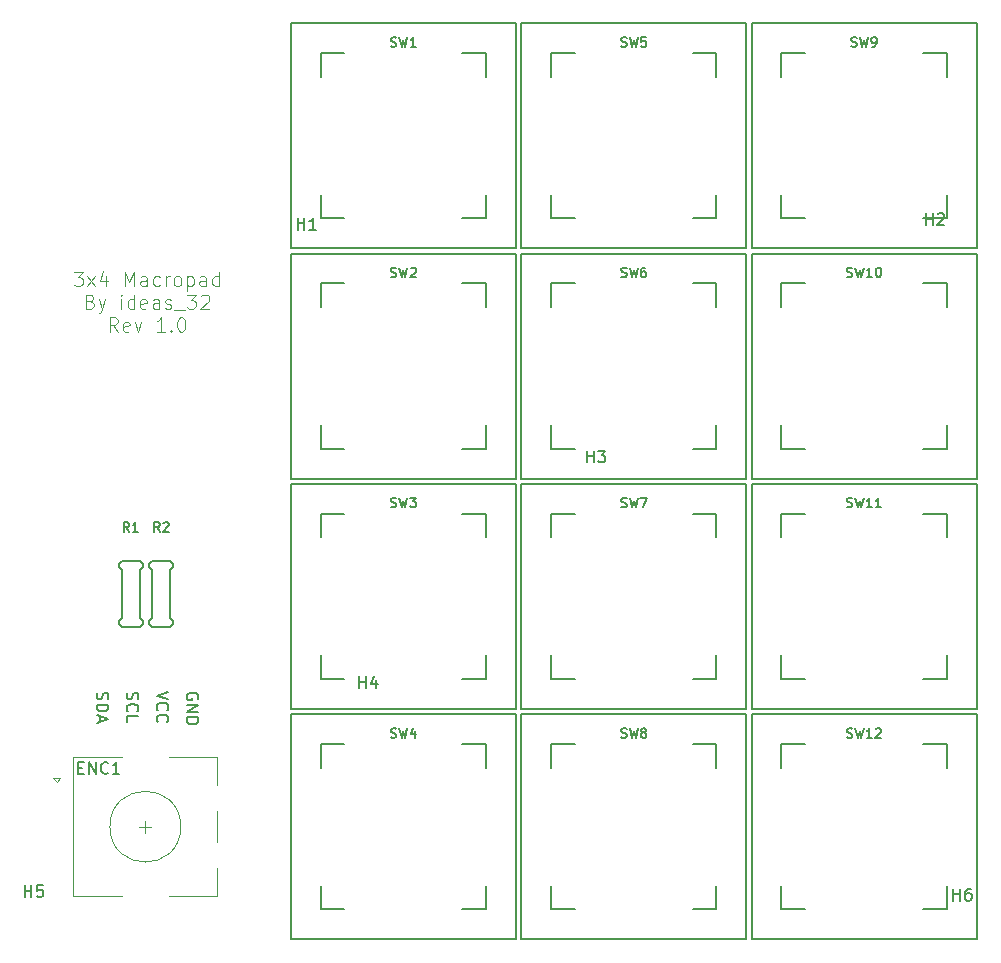
<source format=gbr>
%TF.GenerationSoftware,KiCad,Pcbnew,7.0.5*%
%TF.CreationDate,2023-09-25T19:53:57-07:00*%
%TF.ProjectId,3x4-macropad,3378342d-6d61-4637-926f-7061642e6b69,rev?*%
%TF.SameCoordinates,Original*%
%TF.FileFunction,Legend,Top*%
%TF.FilePolarity,Positive*%
%FSLAX46Y46*%
G04 Gerber Fmt 4.6, Leading zero omitted, Abs format (unit mm)*
G04 Created by KiCad (PCBNEW 7.0.5) date 2023-09-25 19:53:57*
%MOMM*%
%LPD*%
G01*
G04 APERTURE LIST*
%ADD10C,0.125000*%
%ADD11C,0.150000*%
%ADD12C,0.120000*%
G04 APERTURE END LIST*
D10*
X133100000Y-52516642D02*
X133842857Y-52516642D01*
X133842857Y-52516642D02*
X133442857Y-52973785D01*
X133442857Y-52973785D02*
X133614286Y-52973785D01*
X133614286Y-52973785D02*
X133728572Y-53030928D01*
X133728572Y-53030928D02*
X133785714Y-53088071D01*
X133785714Y-53088071D02*
X133842857Y-53202357D01*
X133842857Y-53202357D02*
X133842857Y-53488071D01*
X133842857Y-53488071D02*
X133785714Y-53602357D01*
X133785714Y-53602357D02*
X133728572Y-53659500D01*
X133728572Y-53659500D02*
X133614286Y-53716642D01*
X133614286Y-53716642D02*
X133271429Y-53716642D01*
X133271429Y-53716642D02*
X133157143Y-53659500D01*
X133157143Y-53659500D02*
X133100000Y-53602357D01*
X134242857Y-53716642D02*
X134871429Y-52916642D01*
X134242857Y-52916642D02*
X134871429Y-53716642D01*
X135842858Y-52916642D02*
X135842858Y-53716642D01*
X135557143Y-52459500D02*
X135271429Y-53316642D01*
X135271429Y-53316642D02*
X136014286Y-53316642D01*
X137385715Y-53716642D02*
X137385715Y-52516642D01*
X137385715Y-52516642D02*
X137785715Y-53373785D01*
X137785715Y-53373785D02*
X138185715Y-52516642D01*
X138185715Y-52516642D02*
X138185715Y-53716642D01*
X139271430Y-53716642D02*
X139271430Y-53088071D01*
X139271430Y-53088071D02*
X139214287Y-52973785D01*
X139214287Y-52973785D02*
X139100001Y-52916642D01*
X139100001Y-52916642D02*
X138871430Y-52916642D01*
X138871430Y-52916642D02*
X138757144Y-52973785D01*
X139271430Y-53659500D02*
X139157144Y-53716642D01*
X139157144Y-53716642D02*
X138871430Y-53716642D01*
X138871430Y-53716642D02*
X138757144Y-53659500D01*
X138757144Y-53659500D02*
X138700001Y-53545214D01*
X138700001Y-53545214D02*
X138700001Y-53430928D01*
X138700001Y-53430928D02*
X138757144Y-53316642D01*
X138757144Y-53316642D02*
X138871430Y-53259500D01*
X138871430Y-53259500D02*
X139157144Y-53259500D01*
X139157144Y-53259500D02*
X139271430Y-53202357D01*
X140357144Y-53659500D02*
X140242858Y-53716642D01*
X140242858Y-53716642D02*
X140014286Y-53716642D01*
X140014286Y-53716642D02*
X139900001Y-53659500D01*
X139900001Y-53659500D02*
X139842858Y-53602357D01*
X139842858Y-53602357D02*
X139785715Y-53488071D01*
X139785715Y-53488071D02*
X139785715Y-53145214D01*
X139785715Y-53145214D02*
X139842858Y-53030928D01*
X139842858Y-53030928D02*
X139900001Y-52973785D01*
X139900001Y-52973785D02*
X140014286Y-52916642D01*
X140014286Y-52916642D02*
X140242858Y-52916642D01*
X140242858Y-52916642D02*
X140357144Y-52973785D01*
X140871429Y-53716642D02*
X140871429Y-52916642D01*
X140871429Y-53145214D02*
X140928572Y-53030928D01*
X140928572Y-53030928D02*
X140985715Y-52973785D01*
X140985715Y-52973785D02*
X141100000Y-52916642D01*
X141100000Y-52916642D02*
X141214286Y-52916642D01*
X141785714Y-53716642D02*
X141671429Y-53659500D01*
X141671429Y-53659500D02*
X141614286Y-53602357D01*
X141614286Y-53602357D02*
X141557143Y-53488071D01*
X141557143Y-53488071D02*
X141557143Y-53145214D01*
X141557143Y-53145214D02*
X141614286Y-53030928D01*
X141614286Y-53030928D02*
X141671429Y-52973785D01*
X141671429Y-52973785D02*
X141785714Y-52916642D01*
X141785714Y-52916642D02*
X141957143Y-52916642D01*
X141957143Y-52916642D02*
X142071429Y-52973785D01*
X142071429Y-52973785D02*
X142128572Y-53030928D01*
X142128572Y-53030928D02*
X142185714Y-53145214D01*
X142185714Y-53145214D02*
X142185714Y-53488071D01*
X142185714Y-53488071D02*
X142128572Y-53602357D01*
X142128572Y-53602357D02*
X142071429Y-53659500D01*
X142071429Y-53659500D02*
X141957143Y-53716642D01*
X141957143Y-53716642D02*
X141785714Y-53716642D01*
X142700000Y-52916642D02*
X142700000Y-54116642D01*
X142700000Y-52973785D02*
X142814286Y-52916642D01*
X142814286Y-52916642D02*
X143042857Y-52916642D01*
X143042857Y-52916642D02*
X143157143Y-52973785D01*
X143157143Y-52973785D02*
X143214286Y-53030928D01*
X143214286Y-53030928D02*
X143271428Y-53145214D01*
X143271428Y-53145214D02*
X143271428Y-53488071D01*
X143271428Y-53488071D02*
X143214286Y-53602357D01*
X143214286Y-53602357D02*
X143157143Y-53659500D01*
X143157143Y-53659500D02*
X143042857Y-53716642D01*
X143042857Y-53716642D02*
X142814286Y-53716642D01*
X142814286Y-53716642D02*
X142700000Y-53659500D01*
X144300000Y-53716642D02*
X144300000Y-53088071D01*
X144300000Y-53088071D02*
X144242857Y-52973785D01*
X144242857Y-52973785D02*
X144128571Y-52916642D01*
X144128571Y-52916642D02*
X143900000Y-52916642D01*
X143900000Y-52916642D02*
X143785714Y-52973785D01*
X144300000Y-53659500D02*
X144185714Y-53716642D01*
X144185714Y-53716642D02*
X143900000Y-53716642D01*
X143900000Y-53716642D02*
X143785714Y-53659500D01*
X143785714Y-53659500D02*
X143728571Y-53545214D01*
X143728571Y-53545214D02*
X143728571Y-53430928D01*
X143728571Y-53430928D02*
X143785714Y-53316642D01*
X143785714Y-53316642D02*
X143900000Y-53259500D01*
X143900000Y-53259500D02*
X144185714Y-53259500D01*
X144185714Y-53259500D02*
X144300000Y-53202357D01*
X145385714Y-53716642D02*
X145385714Y-52516642D01*
X145385714Y-53659500D02*
X145271428Y-53716642D01*
X145271428Y-53716642D02*
X145042856Y-53716642D01*
X145042856Y-53716642D02*
X144928571Y-53659500D01*
X144928571Y-53659500D02*
X144871428Y-53602357D01*
X144871428Y-53602357D02*
X144814285Y-53488071D01*
X144814285Y-53488071D02*
X144814285Y-53145214D01*
X144814285Y-53145214D02*
X144871428Y-53030928D01*
X144871428Y-53030928D02*
X144928571Y-52973785D01*
X144928571Y-52973785D02*
X145042856Y-52916642D01*
X145042856Y-52916642D02*
X145271428Y-52916642D01*
X145271428Y-52916642D02*
X145385714Y-52973785D01*
X134500000Y-55020071D02*
X134671428Y-55077214D01*
X134671428Y-55077214D02*
X134728571Y-55134357D01*
X134728571Y-55134357D02*
X134785714Y-55248642D01*
X134785714Y-55248642D02*
X134785714Y-55420071D01*
X134785714Y-55420071D02*
X134728571Y-55534357D01*
X134728571Y-55534357D02*
X134671428Y-55591500D01*
X134671428Y-55591500D02*
X134557143Y-55648642D01*
X134557143Y-55648642D02*
X134100000Y-55648642D01*
X134100000Y-55648642D02*
X134100000Y-54448642D01*
X134100000Y-54448642D02*
X134500000Y-54448642D01*
X134500000Y-54448642D02*
X134614286Y-54505785D01*
X134614286Y-54505785D02*
X134671428Y-54562928D01*
X134671428Y-54562928D02*
X134728571Y-54677214D01*
X134728571Y-54677214D02*
X134728571Y-54791500D01*
X134728571Y-54791500D02*
X134671428Y-54905785D01*
X134671428Y-54905785D02*
X134614286Y-54962928D01*
X134614286Y-54962928D02*
X134500000Y-55020071D01*
X134500000Y-55020071D02*
X134100000Y-55020071D01*
X135185714Y-54848642D02*
X135471428Y-55648642D01*
X135757143Y-54848642D02*
X135471428Y-55648642D01*
X135471428Y-55648642D02*
X135357143Y-55934357D01*
X135357143Y-55934357D02*
X135300000Y-55991500D01*
X135300000Y-55991500D02*
X135185714Y-56048642D01*
X137128572Y-55648642D02*
X137128572Y-54848642D01*
X137128572Y-54448642D02*
X137071429Y-54505785D01*
X137071429Y-54505785D02*
X137128572Y-54562928D01*
X137128572Y-54562928D02*
X137185715Y-54505785D01*
X137185715Y-54505785D02*
X137128572Y-54448642D01*
X137128572Y-54448642D02*
X137128572Y-54562928D01*
X138214287Y-55648642D02*
X138214287Y-54448642D01*
X138214287Y-55591500D02*
X138100001Y-55648642D01*
X138100001Y-55648642D02*
X137871429Y-55648642D01*
X137871429Y-55648642D02*
X137757144Y-55591500D01*
X137757144Y-55591500D02*
X137700001Y-55534357D01*
X137700001Y-55534357D02*
X137642858Y-55420071D01*
X137642858Y-55420071D02*
X137642858Y-55077214D01*
X137642858Y-55077214D02*
X137700001Y-54962928D01*
X137700001Y-54962928D02*
X137757144Y-54905785D01*
X137757144Y-54905785D02*
X137871429Y-54848642D01*
X137871429Y-54848642D02*
X138100001Y-54848642D01*
X138100001Y-54848642D02*
X138214287Y-54905785D01*
X139242858Y-55591500D02*
X139128572Y-55648642D01*
X139128572Y-55648642D02*
X138900001Y-55648642D01*
X138900001Y-55648642D02*
X138785715Y-55591500D01*
X138785715Y-55591500D02*
X138728572Y-55477214D01*
X138728572Y-55477214D02*
X138728572Y-55020071D01*
X138728572Y-55020071D02*
X138785715Y-54905785D01*
X138785715Y-54905785D02*
X138900001Y-54848642D01*
X138900001Y-54848642D02*
X139128572Y-54848642D01*
X139128572Y-54848642D02*
X139242858Y-54905785D01*
X139242858Y-54905785D02*
X139300001Y-55020071D01*
X139300001Y-55020071D02*
X139300001Y-55134357D01*
X139300001Y-55134357D02*
X138728572Y-55248642D01*
X140328572Y-55648642D02*
X140328572Y-55020071D01*
X140328572Y-55020071D02*
X140271429Y-54905785D01*
X140271429Y-54905785D02*
X140157143Y-54848642D01*
X140157143Y-54848642D02*
X139928572Y-54848642D01*
X139928572Y-54848642D02*
X139814286Y-54905785D01*
X140328572Y-55591500D02*
X140214286Y-55648642D01*
X140214286Y-55648642D02*
X139928572Y-55648642D01*
X139928572Y-55648642D02*
X139814286Y-55591500D01*
X139814286Y-55591500D02*
X139757143Y-55477214D01*
X139757143Y-55477214D02*
X139757143Y-55362928D01*
X139757143Y-55362928D02*
X139814286Y-55248642D01*
X139814286Y-55248642D02*
X139928572Y-55191500D01*
X139928572Y-55191500D02*
X140214286Y-55191500D01*
X140214286Y-55191500D02*
X140328572Y-55134357D01*
X140842857Y-55591500D02*
X140957143Y-55648642D01*
X140957143Y-55648642D02*
X141185714Y-55648642D01*
X141185714Y-55648642D02*
X141300000Y-55591500D01*
X141300000Y-55591500D02*
X141357143Y-55477214D01*
X141357143Y-55477214D02*
X141357143Y-55420071D01*
X141357143Y-55420071D02*
X141300000Y-55305785D01*
X141300000Y-55305785D02*
X141185714Y-55248642D01*
X141185714Y-55248642D02*
X141014286Y-55248642D01*
X141014286Y-55248642D02*
X140900000Y-55191500D01*
X140900000Y-55191500D02*
X140842857Y-55077214D01*
X140842857Y-55077214D02*
X140842857Y-55020071D01*
X140842857Y-55020071D02*
X140900000Y-54905785D01*
X140900000Y-54905785D02*
X141014286Y-54848642D01*
X141014286Y-54848642D02*
X141185714Y-54848642D01*
X141185714Y-54848642D02*
X141300000Y-54905785D01*
X141585715Y-55762928D02*
X142500000Y-55762928D01*
X142671429Y-54448642D02*
X143414286Y-54448642D01*
X143414286Y-54448642D02*
X143014286Y-54905785D01*
X143014286Y-54905785D02*
X143185715Y-54905785D01*
X143185715Y-54905785D02*
X143300001Y-54962928D01*
X143300001Y-54962928D02*
X143357143Y-55020071D01*
X143357143Y-55020071D02*
X143414286Y-55134357D01*
X143414286Y-55134357D02*
X143414286Y-55420071D01*
X143414286Y-55420071D02*
X143357143Y-55534357D01*
X143357143Y-55534357D02*
X143300001Y-55591500D01*
X143300001Y-55591500D02*
X143185715Y-55648642D01*
X143185715Y-55648642D02*
X142842858Y-55648642D01*
X142842858Y-55648642D02*
X142728572Y-55591500D01*
X142728572Y-55591500D02*
X142671429Y-55534357D01*
X143871429Y-54562928D02*
X143928572Y-54505785D01*
X143928572Y-54505785D02*
X144042858Y-54448642D01*
X144042858Y-54448642D02*
X144328572Y-54448642D01*
X144328572Y-54448642D02*
X144442858Y-54505785D01*
X144442858Y-54505785D02*
X144500000Y-54562928D01*
X144500000Y-54562928D02*
X144557143Y-54677214D01*
X144557143Y-54677214D02*
X144557143Y-54791500D01*
X144557143Y-54791500D02*
X144500000Y-54962928D01*
X144500000Y-54962928D02*
X143814286Y-55648642D01*
X143814286Y-55648642D02*
X144557143Y-55648642D01*
X136814285Y-57580642D02*
X136414285Y-57009214D01*
X136128571Y-57580642D02*
X136128571Y-56380642D01*
X136128571Y-56380642D02*
X136585714Y-56380642D01*
X136585714Y-56380642D02*
X136699999Y-56437785D01*
X136699999Y-56437785D02*
X136757142Y-56494928D01*
X136757142Y-56494928D02*
X136814285Y-56609214D01*
X136814285Y-56609214D02*
X136814285Y-56780642D01*
X136814285Y-56780642D02*
X136757142Y-56894928D01*
X136757142Y-56894928D02*
X136699999Y-56952071D01*
X136699999Y-56952071D02*
X136585714Y-57009214D01*
X136585714Y-57009214D02*
X136128571Y-57009214D01*
X137785714Y-57523500D02*
X137671428Y-57580642D01*
X137671428Y-57580642D02*
X137442857Y-57580642D01*
X137442857Y-57580642D02*
X137328571Y-57523500D01*
X137328571Y-57523500D02*
X137271428Y-57409214D01*
X137271428Y-57409214D02*
X137271428Y-56952071D01*
X137271428Y-56952071D02*
X137328571Y-56837785D01*
X137328571Y-56837785D02*
X137442857Y-56780642D01*
X137442857Y-56780642D02*
X137671428Y-56780642D01*
X137671428Y-56780642D02*
X137785714Y-56837785D01*
X137785714Y-56837785D02*
X137842857Y-56952071D01*
X137842857Y-56952071D02*
X137842857Y-57066357D01*
X137842857Y-57066357D02*
X137271428Y-57180642D01*
X138242856Y-56780642D02*
X138528570Y-57580642D01*
X138528570Y-57580642D02*
X138814285Y-56780642D01*
X140814285Y-57580642D02*
X140128571Y-57580642D01*
X140471428Y-57580642D02*
X140471428Y-56380642D01*
X140471428Y-56380642D02*
X140357142Y-56552071D01*
X140357142Y-56552071D02*
X140242857Y-56666357D01*
X140242857Y-56666357D02*
X140128571Y-56723500D01*
X141328571Y-57466357D02*
X141385714Y-57523500D01*
X141385714Y-57523500D02*
X141328571Y-57580642D01*
X141328571Y-57580642D02*
X141271428Y-57523500D01*
X141271428Y-57523500D02*
X141328571Y-57466357D01*
X141328571Y-57466357D02*
X141328571Y-57580642D01*
X142128571Y-56380642D02*
X142242857Y-56380642D01*
X142242857Y-56380642D02*
X142357143Y-56437785D01*
X142357143Y-56437785D02*
X142414286Y-56494928D01*
X142414286Y-56494928D02*
X142471428Y-56609214D01*
X142471428Y-56609214D02*
X142528571Y-56837785D01*
X142528571Y-56837785D02*
X142528571Y-57123500D01*
X142528571Y-57123500D02*
X142471428Y-57352071D01*
X142471428Y-57352071D02*
X142414286Y-57466357D01*
X142414286Y-57466357D02*
X142357143Y-57523500D01*
X142357143Y-57523500D02*
X142242857Y-57580642D01*
X142242857Y-57580642D02*
X142128571Y-57580642D01*
X142128571Y-57580642D02*
X142014286Y-57523500D01*
X142014286Y-57523500D02*
X141957143Y-57466357D01*
X141957143Y-57466357D02*
X141900000Y-57352071D01*
X141900000Y-57352071D02*
X141842857Y-57123500D01*
X141842857Y-57123500D02*
X141842857Y-56837785D01*
X141842857Y-56837785D02*
X141900000Y-56609214D01*
X141900000Y-56609214D02*
X141957143Y-56494928D01*
X141957143Y-56494928D02*
X142014286Y-56437785D01*
X142014286Y-56437785D02*
X142128571Y-56380642D01*
D11*
%TO.C,H1*%
X152038095Y-48954819D02*
X152038095Y-47954819D01*
X152038095Y-48431009D02*
X152609523Y-48431009D01*
X152609523Y-48954819D02*
X152609523Y-47954819D01*
X153609523Y-48954819D02*
X153038095Y-48954819D01*
X153323809Y-48954819D02*
X153323809Y-47954819D01*
X153323809Y-47954819D02*
X153228571Y-48097676D01*
X153228571Y-48097676D02*
X153133333Y-48192914D01*
X153133333Y-48192914D02*
X153038095Y-48240533D01*
%TO.C,SW12*%
X198552380Y-91924200D02*
X198666666Y-91962295D01*
X198666666Y-91962295D02*
X198857142Y-91962295D01*
X198857142Y-91962295D02*
X198933333Y-91924200D01*
X198933333Y-91924200D02*
X198971428Y-91886104D01*
X198971428Y-91886104D02*
X199009523Y-91809914D01*
X199009523Y-91809914D02*
X199009523Y-91733723D01*
X199009523Y-91733723D02*
X198971428Y-91657533D01*
X198971428Y-91657533D02*
X198933333Y-91619438D01*
X198933333Y-91619438D02*
X198857142Y-91581342D01*
X198857142Y-91581342D02*
X198704761Y-91543247D01*
X198704761Y-91543247D02*
X198628571Y-91505152D01*
X198628571Y-91505152D02*
X198590476Y-91467057D01*
X198590476Y-91467057D02*
X198552380Y-91390866D01*
X198552380Y-91390866D02*
X198552380Y-91314676D01*
X198552380Y-91314676D02*
X198590476Y-91238485D01*
X198590476Y-91238485D02*
X198628571Y-91200390D01*
X198628571Y-91200390D02*
X198704761Y-91162295D01*
X198704761Y-91162295D02*
X198895238Y-91162295D01*
X198895238Y-91162295D02*
X199009523Y-91200390D01*
X199276190Y-91162295D02*
X199466666Y-91962295D01*
X199466666Y-91962295D02*
X199619047Y-91390866D01*
X199619047Y-91390866D02*
X199771428Y-91962295D01*
X199771428Y-91962295D02*
X199961905Y-91162295D01*
X200685714Y-91962295D02*
X200228571Y-91962295D01*
X200457143Y-91962295D02*
X200457143Y-91162295D01*
X200457143Y-91162295D02*
X200380952Y-91276580D01*
X200380952Y-91276580D02*
X200304762Y-91352771D01*
X200304762Y-91352771D02*
X200228571Y-91390866D01*
X200990476Y-91238485D02*
X201028572Y-91200390D01*
X201028572Y-91200390D02*
X201104762Y-91162295D01*
X201104762Y-91162295D02*
X201295238Y-91162295D01*
X201295238Y-91162295D02*
X201371429Y-91200390D01*
X201371429Y-91200390D02*
X201409524Y-91238485D01*
X201409524Y-91238485D02*
X201447619Y-91314676D01*
X201447619Y-91314676D02*
X201447619Y-91390866D01*
X201447619Y-91390866D02*
X201409524Y-91505152D01*
X201409524Y-91505152D02*
X200952381Y-91962295D01*
X200952381Y-91962295D02*
X201447619Y-91962295D01*
%TO.C,SW9*%
X198933332Y-33424200D02*
X199047618Y-33462295D01*
X199047618Y-33462295D02*
X199238094Y-33462295D01*
X199238094Y-33462295D02*
X199314285Y-33424200D01*
X199314285Y-33424200D02*
X199352380Y-33386104D01*
X199352380Y-33386104D02*
X199390475Y-33309914D01*
X199390475Y-33309914D02*
X199390475Y-33233723D01*
X199390475Y-33233723D02*
X199352380Y-33157533D01*
X199352380Y-33157533D02*
X199314285Y-33119438D01*
X199314285Y-33119438D02*
X199238094Y-33081342D01*
X199238094Y-33081342D02*
X199085713Y-33043247D01*
X199085713Y-33043247D02*
X199009523Y-33005152D01*
X199009523Y-33005152D02*
X198971428Y-32967057D01*
X198971428Y-32967057D02*
X198933332Y-32890866D01*
X198933332Y-32890866D02*
X198933332Y-32814676D01*
X198933332Y-32814676D02*
X198971428Y-32738485D01*
X198971428Y-32738485D02*
X199009523Y-32700390D01*
X199009523Y-32700390D02*
X199085713Y-32662295D01*
X199085713Y-32662295D02*
X199276190Y-32662295D01*
X199276190Y-32662295D02*
X199390475Y-32700390D01*
X199657142Y-32662295D02*
X199847618Y-33462295D01*
X199847618Y-33462295D02*
X199999999Y-32890866D01*
X199999999Y-32890866D02*
X200152380Y-33462295D01*
X200152380Y-33462295D02*
X200342857Y-32662295D01*
X200685714Y-33462295D02*
X200838095Y-33462295D01*
X200838095Y-33462295D02*
X200914285Y-33424200D01*
X200914285Y-33424200D02*
X200952381Y-33386104D01*
X200952381Y-33386104D02*
X201028571Y-33271819D01*
X201028571Y-33271819D02*
X201066666Y-33119438D01*
X201066666Y-33119438D02*
X201066666Y-32814676D01*
X201066666Y-32814676D02*
X201028571Y-32738485D01*
X201028571Y-32738485D02*
X200990476Y-32700390D01*
X200990476Y-32700390D02*
X200914285Y-32662295D01*
X200914285Y-32662295D02*
X200761904Y-32662295D01*
X200761904Y-32662295D02*
X200685714Y-32700390D01*
X200685714Y-32700390D02*
X200647619Y-32738485D01*
X200647619Y-32738485D02*
X200609523Y-32814676D01*
X200609523Y-32814676D02*
X200609523Y-33005152D01*
X200609523Y-33005152D02*
X200647619Y-33081342D01*
X200647619Y-33081342D02*
X200685714Y-33119438D01*
X200685714Y-33119438D02*
X200761904Y-33157533D01*
X200761904Y-33157533D02*
X200914285Y-33157533D01*
X200914285Y-33157533D02*
X200990476Y-33119438D01*
X200990476Y-33119438D02*
X201028571Y-33081342D01*
X201028571Y-33081342D02*
X201066666Y-33005152D01*
%TO.C,H3*%
X176538095Y-68654819D02*
X176538095Y-67654819D01*
X176538095Y-68131009D02*
X177109523Y-68131009D01*
X177109523Y-68654819D02*
X177109523Y-67654819D01*
X177490476Y-67654819D02*
X178109523Y-67654819D01*
X178109523Y-67654819D02*
X177776190Y-68035771D01*
X177776190Y-68035771D02*
X177919047Y-68035771D01*
X177919047Y-68035771D02*
X178014285Y-68083390D01*
X178014285Y-68083390D02*
X178061904Y-68131009D01*
X178061904Y-68131009D02*
X178109523Y-68226247D01*
X178109523Y-68226247D02*
X178109523Y-68464342D01*
X178109523Y-68464342D02*
X178061904Y-68559580D01*
X178061904Y-68559580D02*
X178014285Y-68607200D01*
X178014285Y-68607200D02*
X177919047Y-68654819D01*
X177919047Y-68654819D02*
X177633333Y-68654819D01*
X177633333Y-68654819D02*
X177538095Y-68607200D01*
X177538095Y-68607200D02*
X177490476Y-68559580D01*
%TO.C,SW8*%
X179433332Y-91924200D02*
X179547618Y-91962295D01*
X179547618Y-91962295D02*
X179738094Y-91962295D01*
X179738094Y-91962295D02*
X179814285Y-91924200D01*
X179814285Y-91924200D02*
X179852380Y-91886104D01*
X179852380Y-91886104D02*
X179890475Y-91809914D01*
X179890475Y-91809914D02*
X179890475Y-91733723D01*
X179890475Y-91733723D02*
X179852380Y-91657533D01*
X179852380Y-91657533D02*
X179814285Y-91619438D01*
X179814285Y-91619438D02*
X179738094Y-91581342D01*
X179738094Y-91581342D02*
X179585713Y-91543247D01*
X179585713Y-91543247D02*
X179509523Y-91505152D01*
X179509523Y-91505152D02*
X179471428Y-91467057D01*
X179471428Y-91467057D02*
X179433332Y-91390866D01*
X179433332Y-91390866D02*
X179433332Y-91314676D01*
X179433332Y-91314676D02*
X179471428Y-91238485D01*
X179471428Y-91238485D02*
X179509523Y-91200390D01*
X179509523Y-91200390D02*
X179585713Y-91162295D01*
X179585713Y-91162295D02*
X179776190Y-91162295D01*
X179776190Y-91162295D02*
X179890475Y-91200390D01*
X180157142Y-91162295D02*
X180347618Y-91962295D01*
X180347618Y-91962295D02*
X180499999Y-91390866D01*
X180499999Y-91390866D02*
X180652380Y-91962295D01*
X180652380Y-91962295D02*
X180842857Y-91162295D01*
X181261904Y-91505152D02*
X181185714Y-91467057D01*
X181185714Y-91467057D02*
X181147619Y-91428961D01*
X181147619Y-91428961D02*
X181109523Y-91352771D01*
X181109523Y-91352771D02*
X181109523Y-91314676D01*
X181109523Y-91314676D02*
X181147619Y-91238485D01*
X181147619Y-91238485D02*
X181185714Y-91200390D01*
X181185714Y-91200390D02*
X181261904Y-91162295D01*
X181261904Y-91162295D02*
X181414285Y-91162295D01*
X181414285Y-91162295D02*
X181490476Y-91200390D01*
X181490476Y-91200390D02*
X181528571Y-91238485D01*
X181528571Y-91238485D02*
X181566666Y-91314676D01*
X181566666Y-91314676D02*
X181566666Y-91352771D01*
X181566666Y-91352771D02*
X181528571Y-91428961D01*
X181528571Y-91428961D02*
X181490476Y-91467057D01*
X181490476Y-91467057D02*
X181414285Y-91505152D01*
X181414285Y-91505152D02*
X181261904Y-91505152D01*
X181261904Y-91505152D02*
X181185714Y-91543247D01*
X181185714Y-91543247D02*
X181147619Y-91581342D01*
X181147619Y-91581342D02*
X181109523Y-91657533D01*
X181109523Y-91657533D02*
X181109523Y-91809914D01*
X181109523Y-91809914D02*
X181147619Y-91886104D01*
X181147619Y-91886104D02*
X181185714Y-91924200D01*
X181185714Y-91924200D02*
X181261904Y-91962295D01*
X181261904Y-91962295D02*
X181414285Y-91962295D01*
X181414285Y-91962295D02*
X181490476Y-91924200D01*
X181490476Y-91924200D02*
X181528571Y-91886104D01*
X181528571Y-91886104D02*
X181566666Y-91809914D01*
X181566666Y-91809914D02*
X181566666Y-91657533D01*
X181566666Y-91657533D02*
X181528571Y-91581342D01*
X181528571Y-91581342D02*
X181490476Y-91543247D01*
X181490476Y-91543247D02*
X181414285Y-91505152D01*
%TO.C,ENC1*%
X133475714Y-94501009D02*
X133809047Y-94501009D01*
X133951904Y-95024819D02*
X133475714Y-95024819D01*
X133475714Y-95024819D02*
X133475714Y-94024819D01*
X133475714Y-94024819D02*
X133951904Y-94024819D01*
X134380476Y-95024819D02*
X134380476Y-94024819D01*
X134380476Y-94024819D02*
X134951904Y-95024819D01*
X134951904Y-95024819D02*
X134951904Y-94024819D01*
X135999523Y-94929580D02*
X135951904Y-94977200D01*
X135951904Y-94977200D02*
X135809047Y-95024819D01*
X135809047Y-95024819D02*
X135713809Y-95024819D01*
X135713809Y-95024819D02*
X135570952Y-94977200D01*
X135570952Y-94977200D02*
X135475714Y-94881961D01*
X135475714Y-94881961D02*
X135428095Y-94786723D01*
X135428095Y-94786723D02*
X135380476Y-94596247D01*
X135380476Y-94596247D02*
X135380476Y-94453390D01*
X135380476Y-94453390D02*
X135428095Y-94262914D01*
X135428095Y-94262914D02*
X135475714Y-94167676D01*
X135475714Y-94167676D02*
X135570952Y-94072438D01*
X135570952Y-94072438D02*
X135713809Y-94024819D01*
X135713809Y-94024819D02*
X135809047Y-94024819D01*
X135809047Y-94024819D02*
X135951904Y-94072438D01*
X135951904Y-94072438D02*
X135999523Y-94120057D01*
X136951904Y-95024819D02*
X136380476Y-95024819D01*
X136666190Y-95024819D02*
X136666190Y-94024819D01*
X136666190Y-94024819D02*
X136570952Y-94167676D01*
X136570952Y-94167676D02*
X136475714Y-94262914D01*
X136475714Y-94262914D02*
X136380476Y-94310533D01*
%TO.C,SW1*%
X159933332Y-33424200D02*
X160047618Y-33462295D01*
X160047618Y-33462295D02*
X160238094Y-33462295D01*
X160238094Y-33462295D02*
X160314285Y-33424200D01*
X160314285Y-33424200D02*
X160352380Y-33386104D01*
X160352380Y-33386104D02*
X160390475Y-33309914D01*
X160390475Y-33309914D02*
X160390475Y-33233723D01*
X160390475Y-33233723D02*
X160352380Y-33157533D01*
X160352380Y-33157533D02*
X160314285Y-33119438D01*
X160314285Y-33119438D02*
X160238094Y-33081342D01*
X160238094Y-33081342D02*
X160085713Y-33043247D01*
X160085713Y-33043247D02*
X160009523Y-33005152D01*
X160009523Y-33005152D02*
X159971428Y-32967057D01*
X159971428Y-32967057D02*
X159933332Y-32890866D01*
X159933332Y-32890866D02*
X159933332Y-32814676D01*
X159933332Y-32814676D02*
X159971428Y-32738485D01*
X159971428Y-32738485D02*
X160009523Y-32700390D01*
X160009523Y-32700390D02*
X160085713Y-32662295D01*
X160085713Y-32662295D02*
X160276190Y-32662295D01*
X160276190Y-32662295D02*
X160390475Y-32700390D01*
X160657142Y-32662295D02*
X160847618Y-33462295D01*
X160847618Y-33462295D02*
X160999999Y-32890866D01*
X160999999Y-32890866D02*
X161152380Y-33462295D01*
X161152380Y-33462295D02*
X161342857Y-32662295D01*
X162066666Y-33462295D02*
X161609523Y-33462295D01*
X161838095Y-33462295D02*
X161838095Y-32662295D01*
X161838095Y-32662295D02*
X161761904Y-32776580D01*
X161761904Y-32776580D02*
X161685714Y-32852771D01*
X161685714Y-32852771D02*
X161609523Y-32890866D01*
%TO.C,H5*%
X128938095Y-105454819D02*
X128938095Y-104454819D01*
X128938095Y-104931009D02*
X129509523Y-104931009D01*
X129509523Y-105454819D02*
X129509523Y-104454819D01*
X130461904Y-104454819D02*
X129985714Y-104454819D01*
X129985714Y-104454819D02*
X129938095Y-104931009D01*
X129938095Y-104931009D02*
X129985714Y-104883390D01*
X129985714Y-104883390D02*
X130080952Y-104835771D01*
X130080952Y-104835771D02*
X130319047Y-104835771D01*
X130319047Y-104835771D02*
X130414285Y-104883390D01*
X130414285Y-104883390D02*
X130461904Y-104931009D01*
X130461904Y-104931009D02*
X130509523Y-105026247D01*
X130509523Y-105026247D02*
X130509523Y-105264342D01*
X130509523Y-105264342D02*
X130461904Y-105359580D01*
X130461904Y-105359580D02*
X130414285Y-105407200D01*
X130414285Y-105407200D02*
X130319047Y-105454819D01*
X130319047Y-105454819D02*
X130080952Y-105454819D01*
X130080952Y-105454819D02*
X129985714Y-105407200D01*
X129985714Y-105407200D02*
X129938095Y-105359580D01*
%TO.C,SW4*%
X159933332Y-91924200D02*
X160047618Y-91962295D01*
X160047618Y-91962295D02*
X160238094Y-91962295D01*
X160238094Y-91962295D02*
X160314285Y-91924200D01*
X160314285Y-91924200D02*
X160352380Y-91886104D01*
X160352380Y-91886104D02*
X160390475Y-91809914D01*
X160390475Y-91809914D02*
X160390475Y-91733723D01*
X160390475Y-91733723D02*
X160352380Y-91657533D01*
X160352380Y-91657533D02*
X160314285Y-91619438D01*
X160314285Y-91619438D02*
X160238094Y-91581342D01*
X160238094Y-91581342D02*
X160085713Y-91543247D01*
X160085713Y-91543247D02*
X160009523Y-91505152D01*
X160009523Y-91505152D02*
X159971428Y-91467057D01*
X159971428Y-91467057D02*
X159933332Y-91390866D01*
X159933332Y-91390866D02*
X159933332Y-91314676D01*
X159933332Y-91314676D02*
X159971428Y-91238485D01*
X159971428Y-91238485D02*
X160009523Y-91200390D01*
X160009523Y-91200390D02*
X160085713Y-91162295D01*
X160085713Y-91162295D02*
X160276190Y-91162295D01*
X160276190Y-91162295D02*
X160390475Y-91200390D01*
X160657142Y-91162295D02*
X160847618Y-91962295D01*
X160847618Y-91962295D02*
X160999999Y-91390866D01*
X160999999Y-91390866D02*
X161152380Y-91962295D01*
X161152380Y-91962295D02*
X161342857Y-91162295D01*
X161990476Y-91428961D02*
X161990476Y-91962295D01*
X161800000Y-91124200D02*
X161609523Y-91695628D01*
X161609523Y-91695628D02*
X162104762Y-91695628D01*
%TO.C,SW11*%
X198552380Y-72424200D02*
X198666666Y-72462295D01*
X198666666Y-72462295D02*
X198857142Y-72462295D01*
X198857142Y-72462295D02*
X198933333Y-72424200D01*
X198933333Y-72424200D02*
X198971428Y-72386104D01*
X198971428Y-72386104D02*
X199009523Y-72309914D01*
X199009523Y-72309914D02*
X199009523Y-72233723D01*
X199009523Y-72233723D02*
X198971428Y-72157533D01*
X198971428Y-72157533D02*
X198933333Y-72119438D01*
X198933333Y-72119438D02*
X198857142Y-72081342D01*
X198857142Y-72081342D02*
X198704761Y-72043247D01*
X198704761Y-72043247D02*
X198628571Y-72005152D01*
X198628571Y-72005152D02*
X198590476Y-71967057D01*
X198590476Y-71967057D02*
X198552380Y-71890866D01*
X198552380Y-71890866D02*
X198552380Y-71814676D01*
X198552380Y-71814676D02*
X198590476Y-71738485D01*
X198590476Y-71738485D02*
X198628571Y-71700390D01*
X198628571Y-71700390D02*
X198704761Y-71662295D01*
X198704761Y-71662295D02*
X198895238Y-71662295D01*
X198895238Y-71662295D02*
X199009523Y-71700390D01*
X199276190Y-71662295D02*
X199466666Y-72462295D01*
X199466666Y-72462295D02*
X199619047Y-71890866D01*
X199619047Y-71890866D02*
X199771428Y-72462295D01*
X199771428Y-72462295D02*
X199961905Y-71662295D01*
X200685714Y-72462295D02*
X200228571Y-72462295D01*
X200457143Y-72462295D02*
X200457143Y-71662295D01*
X200457143Y-71662295D02*
X200380952Y-71776580D01*
X200380952Y-71776580D02*
X200304762Y-71852771D01*
X200304762Y-71852771D02*
X200228571Y-71890866D01*
X201447619Y-72462295D02*
X200990476Y-72462295D01*
X201219048Y-72462295D02*
X201219048Y-71662295D01*
X201219048Y-71662295D02*
X201142857Y-71776580D01*
X201142857Y-71776580D02*
X201066667Y-71852771D01*
X201066667Y-71852771D02*
X200990476Y-71890866D01*
%TO.C,SW5*%
X179433332Y-33424200D02*
X179547618Y-33462295D01*
X179547618Y-33462295D02*
X179738094Y-33462295D01*
X179738094Y-33462295D02*
X179814285Y-33424200D01*
X179814285Y-33424200D02*
X179852380Y-33386104D01*
X179852380Y-33386104D02*
X179890475Y-33309914D01*
X179890475Y-33309914D02*
X179890475Y-33233723D01*
X179890475Y-33233723D02*
X179852380Y-33157533D01*
X179852380Y-33157533D02*
X179814285Y-33119438D01*
X179814285Y-33119438D02*
X179738094Y-33081342D01*
X179738094Y-33081342D02*
X179585713Y-33043247D01*
X179585713Y-33043247D02*
X179509523Y-33005152D01*
X179509523Y-33005152D02*
X179471428Y-32967057D01*
X179471428Y-32967057D02*
X179433332Y-32890866D01*
X179433332Y-32890866D02*
X179433332Y-32814676D01*
X179433332Y-32814676D02*
X179471428Y-32738485D01*
X179471428Y-32738485D02*
X179509523Y-32700390D01*
X179509523Y-32700390D02*
X179585713Y-32662295D01*
X179585713Y-32662295D02*
X179776190Y-32662295D01*
X179776190Y-32662295D02*
X179890475Y-32700390D01*
X180157142Y-32662295D02*
X180347618Y-33462295D01*
X180347618Y-33462295D02*
X180499999Y-32890866D01*
X180499999Y-32890866D02*
X180652380Y-33462295D01*
X180652380Y-33462295D02*
X180842857Y-32662295D01*
X181528571Y-32662295D02*
X181147619Y-32662295D01*
X181147619Y-32662295D02*
X181109523Y-33043247D01*
X181109523Y-33043247D02*
X181147619Y-33005152D01*
X181147619Y-33005152D02*
X181223809Y-32967057D01*
X181223809Y-32967057D02*
X181414285Y-32967057D01*
X181414285Y-32967057D02*
X181490476Y-33005152D01*
X181490476Y-33005152D02*
X181528571Y-33043247D01*
X181528571Y-33043247D02*
X181566666Y-33119438D01*
X181566666Y-33119438D02*
X181566666Y-33309914D01*
X181566666Y-33309914D02*
X181528571Y-33386104D01*
X181528571Y-33386104D02*
X181490476Y-33424200D01*
X181490476Y-33424200D02*
X181414285Y-33462295D01*
X181414285Y-33462295D02*
X181223809Y-33462295D01*
X181223809Y-33462295D02*
X181147619Y-33424200D01*
X181147619Y-33424200D02*
X181109523Y-33386104D01*
%TO.C,H2*%
X205238095Y-48554819D02*
X205238095Y-47554819D01*
X205238095Y-48031009D02*
X205809523Y-48031009D01*
X205809523Y-48554819D02*
X205809523Y-47554819D01*
X206238095Y-47650057D02*
X206285714Y-47602438D01*
X206285714Y-47602438D02*
X206380952Y-47554819D01*
X206380952Y-47554819D02*
X206619047Y-47554819D01*
X206619047Y-47554819D02*
X206714285Y-47602438D01*
X206714285Y-47602438D02*
X206761904Y-47650057D01*
X206761904Y-47650057D02*
X206809523Y-47745295D01*
X206809523Y-47745295D02*
X206809523Y-47840533D01*
X206809523Y-47840533D02*
X206761904Y-47983390D01*
X206761904Y-47983390D02*
X206190476Y-48554819D01*
X206190476Y-48554819D02*
X206809523Y-48554819D01*
%TO.C,SW6*%
X179433332Y-52924200D02*
X179547618Y-52962295D01*
X179547618Y-52962295D02*
X179738094Y-52962295D01*
X179738094Y-52962295D02*
X179814285Y-52924200D01*
X179814285Y-52924200D02*
X179852380Y-52886104D01*
X179852380Y-52886104D02*
X179890475Y-52809914D01*
X179890475Y-52809914D02*
X179890475Y-52733723D01*
X179890475Y-52733723D02*
X179852380Y-52657533D01*
X179852380Y-52657533D02*
X179814285Y-52619438D01*
X179814285Y-52619438D02*
X179738094Y-52581342D01*
X179738094Y-52581342D02*
X179585713Y-52543247D01*
X179585713Y-52543247D02*
X179509523Y-52505152D01*
X179509523Y-52505152D02*
X179471428Y-52467057D01*
X179471428Y-52467057D02*
X179433332Y-52390866D01*
X179433332Y-52390866D02*
X179433332Y-52314676D01*
X179433332Y-52314676D02*
X179471428Y-52238485D01*
X179471428Y-52238485D02*
X179509523Y-52200390D01*
X179509523Y-52200390D02*
X179585713Y-52162295D01*
X179585713Y-52162295D02*
X179776190Y-52162295D01*
X179776190Y-52162295D02*
X179890475Y-52200390D01*
X180157142Y-52162295D02*
X180347618Y-52962295D01*
X180347618Y-52962295D02*
X180499999Y-52390866D01*
X180499999Y-52390866D02*
X180652380Y-52962295D01*
X180652380Y-52962295D02*
X180842857Y-52162295D01*
X181490476Y-52162295D02*
X181338095Y-52162295D01*
X181338095Y-52162295D02*
X181261904Y-52200390D01*
X181261904Y-52200390D02*
X181223809Y-52238485D01*
X181223809Y-52238485D02*
X181147619Y-52352771D01*
X181147619Y-52352771D02*
X181109523Y-52505152D01*
X181109523Y-52505152D02*
X181109523Y-52809914D01*
X181109523Y-52809914D02*
X181147619Y-52886104D01*
X181147619Y-52886104D02*
X181185714Y-52924200D01*
X181185714Y-52924200D02*
X181261904Y-52962295D01*
X181261904Y-52962295D02*
X181414285Y-52962295D01*
X181414285Y-52962295D02*
X181490476Y-52924200D01*
X181490476Y-52924200D02*
X181528571Y-52886104D01*
X181528571Y-52886104D02*
X181566666Y-52809914D01*
X181566666Y-52809914D02*
X181566666Y-52619438D01*
X181566666Y-52619438D02*
X181528571Y-52543247D01*
X181528571Y-52543247D02*
X181490476Y-52505152D01*
X181490476Y-52505152D02*
X181414285Y-52467057D01*
X181414285Y-52467057D02*
X181261904Y-52467057D01*
X181261904Y-52467057D02*
X181185714Y-52505152D01*
X181185714Y-52505152D02*
X181147619Y-52543247D01*
X181147619Y-52543247D02*
X181109523Y-52619438D01*
%TO.C,SW10*%
X198552380Y-52924200D02*
X198666666Y-52962295D01*
X198666666Y-52962295D02*
X198857142Y-52962295D01*
X198857142Y-52962295D02*
X198933333Y-52924200D01*
X198933333Y-52924200D02*
X198971428Y-52886104D01*
X198971428Y-52886104D02*
X199009523Y-52809914D01*
X199009523Y-52809914D02*
X199009523Y-52733723D01*
X199009523Y-52733723D02*
X198971428Y-52657533D01*
X198971428Y-52657533D02*
X198933333Y-52619438D01*
X198933333Y-52619438D02*
X198857142Y-52581342D01*
X198857142Y-52581342D02*
X198704761Y-52543247D01*
X198704761Y-52543247D02*
X198628571Y-52505152D01*
X198628571Y-52505152D02*
X198590476Y-52467057D01*
X198590476Y-52467057D02*
X198552380Y-52390866D01*
X198552380Y-52390866D02*
X198552380Y-52314676D01*
X198552380Y-52314676D02*
X198590476Y-52238485D01*
X198590476Y-52238485D02*
X198628571Y-52200390D01*
X198628571Y-52200390D02*
X198704761Y-52162295D01*
X198704761Y-52162295D02*
X198895238Y-52162295D01*
X198895238Y-52162295D02*
X199009523Y-52200390D01*
X199276190Y-52162295D02*
X199466666Y-52962295D01*
X199466666Y-52962295D02*
X199619047Y-52390866D01*
X199619047Y-52390866D02*
X199771428Y-52962295D01*
X199771428Y-52962295D02*
X199961905Y-52162295D01*
X200685714Y-52962295D02*
X200228571Y-52962295D01*
X200457143Y-52962295D02*
X200457143Y-52162295D01*
X200457143Y-52162295D02*
X200380952Y-52276580D01*
X200380952Y-52276580D02*
X200304762Y-52352771D01*
X200304762Y-52352771D02*
X200228571Y-52390866D01*
X201180953Y-52162295D02*
X201257143Y-52162295D01*
X201257143Y-52162295D02*
X201333334Y-52200390D01*
X201333334Y-52200390D02*
X201371429Y-52238485D01*
X201371429Y-52238485D02*
X201409524Y-52314676D01*
X201409524Y-52314676D02*
X201447619Y-52467057D01*
X201447619Y-52467057D02*
X201447619Y-52657533D01*
X201447619Y-52657533D02*
X201409524Y-52809914D01*
X201409524Y-52809914D02*
X201371429Y-52886104D01*
X201371429Y-52886104D02*
X201333334Y-52924200D01*
X201333334Y-52924200D02*
X201257143Y-52962295D01*
X201257143Y-52962295D02*
X201180953Y-52962295D01*
X201180953Y-52962295D02*
X201104762Y-52924200D01*
X201104762Y-52924200D02*
X201066667Y-52886104D01*
X201066667Y-52886104D02*
X201028572Y-52809914D01*
X201028572Y-52809914D02*
X200990476Y-52657533D01*
X200990476Y-52657533D02*
X200990476Y-52467057D01*
X200990476Y-52467057D02*
X201028572Y-52314676D01*
X201028572Y-52314676D02*
X201066667Y-52238485D01*
X201066667Y-52238485D02*
X201104762Y-52200390D01*
X201104762Y-52200390D02*
X201180953Y-52162295D01*
%TO.C,SW3*%
X159933332Y-72424200D02*
X160047618Y-72462295D01*
X160047618Y-72462295D02*
X160238094Y-72462295D01*
X160238094Y-72462295D02*
X160314285Y-72424200D01*
X160314285Y-72424200D02*
X160352380Y-72386104D01*
X160352380Y-72386104D02*
X160390475Y-72309914D01*
X160390475Y-72309914D02*
X160390475Y-72233723D01*
X160390475Y-72233723D02*
X160352380Y-72157533D01*
X160352380Y-72157533D02*
X160314285Y-72119438D01*
X160314285Y-72119438D02*
X160238094Y-72081342D01*
X160238094Y-72081342D02*
X160085713Y-72043247D01*
X160085713Y-72043247D02*
X160009523Y-72005152D01*
X160009523Y-72005152D02*
X159971428Y-71967057D01*
X159971428Y-71967057D02*
X159933332Y-71890866D01*
X159933332Y-71890866D02*
X159933332Y-71814676D01*
X159933332Y-71814676D02*
X159971428Y-71738485D01*
X159971428Y-71738485D02*
X160009523Y-71700390D01*
X160009523Y-71700390D02*
X160085713Y-71662295D01*
X160085713Y-71662295D02*
X160276190Y-71662295D01*
X160276190Y-71662295D02*
X160390475Y-71700390D01*
X160657142Y-71662295D02*
X160847618Y-72462295D01*
X160847618Y-72462295D02*
X160999999Y-71890866D01*
X160999999Y-71890866D02*
X161152380Y-72462295D01*
X161152380Y-72462295D02*
X161342857Y-71662295D01*
X161571428Y-71662295D02*
X162066666Y-71662295D01*
X162066666Y-71662295D02*
X161800000Y-71967057D01*
X161800000Y-71967057D02*
X161914285Y-71967057D01*
X161914285Y-71967057D02*
X161990476Y-72005152D01*
X161990476Y-72005152D02*
X162028571Y-72043247D01*
X162028571Y-72043247D02*
X162066666Y-72119438D01*
X162066666Y-72119438D02*
X162066666Y-72309914D01*
X162066666Y-72309914D02*
X162028571Y-72386104D01*
X162028571Y-72386104D02*
X161990476Y-72424200D01*
X161990476Y-72424200D02*
X161914285Y-72462295D01*
X161914285Y-72462295D02*
X161685714Y-72462295D01*
X161685714Y-72462295D02*
X161609523Y-72424200D01*
X161609523Y-72424200D02*
X161571428Y-72386104D01*
%TO.C,SW7*%
X179433332Y-72424200D02*
X179547618Y-72462295D01*
X179547618Y-72462295D02*
X179738094Y-72462295D01*
X179738094Y-72462295D02*
X179814285Y-72424200D01*
X179814285Y-72424200D02*
X179852380Y-72386104D01*
X179852380Y-72386104D02*
X179890475Y-72309914D01*
X179890475Y-72309914D02*
X179890475Y-72233723D01*
X179890475Y-72233723D02*
X179852380Y-72157533D01*
X179852380Y-72157533D02*
X179814285Y-72119438D01*
X179814285Y-72119438D02*
X179738094Y-72081342D01*
X179738094Y-72081342D02*
X179585713Y-72043247D01*
X179585713Y-72043247D02*
X179509523Y-72005152D01*
X179509523Y-72005152D02*
X179471428Y-71967057D01*
X179471428Y-71967057D02*
X179433332Y-71890866D01*
X179433332Y-71890866D02*
X179433332Y-71814676D01*
X179433332Y-71814676D02*
X179471428Y-71738485D01*
X179471428Y-71738485D02*
X179509523Y-71700390D01*
X179509523Y-71700390D02*
X179585713Y-71662295D01*
X179585713Y-71662295D02*
X179776190Y-71662295D01*
X179776190Y-71662295D02*
X179890475Y-71700390D01*
X180157142Y-71662295D02*
X180347618Y-72462295D01*
X180347618Y-72462295D02*
X180499999Y-71890866D01*
X180499999Y-71890866D02*
X180652380Y-72462295D01*
X180652380Y-72462295D02*
X180842857Y-71662295D01*
X181071428Y-71662295D02*
X181604762Y-71662295D01*
X181604762Y-71662295D02*
X181261904Y-72462295D01*
%TO.C,SW2*%
X159933332Y-52924200D02*
X160047618Y-52962295D01*
X160047618Y-52962295D02*
X160238094Y-52962295D01*
X160238094Y-52962295D02*
X160314285Y-52924200D01*
X160314285Y-52924200D02*
X160352380Y-52886104D01*
X160352380Y-52886104D02*
X160390475Y-52809914D01*
X160390475Y-52809914D02*
X160390475Y-52733723D01*
X160390475Y-52733723D02*
X160352380Y-52657533D01*
X160352380Y-52657533D02*
X160314285Y-52619438D01*
X160314285Y-52619438D02*
X160238094Y-52581342D01*
X160238094Y-52581342D02*
X160085713Y-52543247D01*
X160085713Y-52543247D02*
X160009523Y-52505152D01*
X160009523Y-52505152D02*
X159971428Y-52467057D01*
X159971428Y-52467057D02*
X159933332Y-52390866D01*
X159933332Y-52390866D02*
X159933332Y-52314676D01*
X159933332Y-52314676D02*
X159971428Y-52238485D01*
X159971428Y-52238485D02*
X160009523Y-52200390D01*
X160009523Y-52200390D02*
X160085713Y-52162295D01*
X160085713Y-52162295D02*
X160276190Y-52162295D01*
X160276190Y-52162295D02*
X160390475Y-52200390D01*
X160657142Y-52162295D02*
X160847618Y-52962295D01*
X160847618Y-52962295D02*
X160999999Y-52390866D01*
X160999999Y-52390866D02*
X161152380Y-52962295D01*
X161152380Y-52962295D02*
X161342857Y-52162295D01*
X161609523Y-52238485D02*
X161647619Y-52200390D01*
X161647619Y-52200390D02*
X161723809Y-52162295D01*
X161723809Y-52162295D02*
X161914285Y-52162295D01*
X161914285Y-52162295D02*
X161990476Y-52200390D01*
X161990476Y-52200390D02*
X162028571Y-52238485D01*
X162028571Y-52238485D02*
X162066666Y-52314676D01*
X162066666Y-52314676D02*
X162066666Y-52390866D01*
X162066666Y-52390866D02*
X162028571Y-52505152D01*
X162028571Y-52505152D02*
X161571428Y-52962295D01*
X161571428Y-52962295D02*
X162066666Y-52962295D01*
%TO.C,H6*%
X207538095Y-105754819D02*
X207538095Y-104754819D01*
X207538095Y-105231009D02*
X208109523Y-105231009D01*
X208109523Y-105754819D02*
X208109523Y-104754819D01*
X209014285Y-104754819D02*
X208823809Y-104754819D01*
X208823809Y-104754819D02*
X208728571Y-104802438D01*
X208728571Y-104802438D02*
X208680952Y-104850057D01*
X208680952Y-104850057D02*
X208585714Y-104992914D01*
X208585714Y-104992914D02*
X208538095Y-105183390D01*
X208538095Y-105183390D02*
X208538095Y-105564342D01*
X208538095Y-105564342D02*
X208585714Y-105659580D01*
X208585714Y-105659580D02*
X208633333Y-105707200D01*
X208633333Y-105707200D02*
X208728571Y-105754819D01*
X208728571Y-105754819D02*
X208919047Y-105754819D01*
X208919047Y-105754819D02*
X209014285Y-105707200D01*
X209014285Y-105707200D02*
X209061904Y-105659580D01*
X209061904Y-105659580D02*
X209109523Y-105564342D01*
X209109523Y-105564342D02*
X209109523Y-105326247D01*
X209109523Y-105326247D02*
X209061904Y-105231009D01*
X209061904Y-105231009D02*
X209014285Y-105183390D01*
X209014285Y-105183390D02*
X208919047Y-105135771D01*
X208919047Y-105135771D02*
X208728571Y-105135771D01*
X208728571Y-105135771D02*
X208633333Y-105183390D01*
X208633333Y-105183390D02*
X208585714Y-105231009D01*
X208585714Y-105231009D02*
X208538095Y-105326247D01*
%TO.C,OLED1*%
X137612800Y-88159160D02*
X137565180Y-88302017D01*
X137565180Y-88302017D02*
X137565180Y-88540112D01*
X137565180Y-88540112D02*
X137612800Y-88635350D01*
X137612800Y-88635350D02*
X137660419Y-88682969D01*
X137660419Y-88682969D02*
X137755657Y-88730588D01*
X137755657Y-88730588D02*
X137850895Y-88730588D01*
X137850895Y-88730588D02*
X137946133Y-88682969D01*
X137946133Y-88682969D02*
X137993752Y-88635350D01*
X137993752Y-88635350D02*
X138041371Y-88540112D01*
X138041371Y-88540112D02*
X138088990Y-88349636D01*
X138088990Y-88349636D02*
X138136609Y-88254398D01*
X138136609Y-88254398D02*
X138184228Y-88206779D01*
X138184228Y-88206779D02*
X138279466Y-88159160D01*
X138279466Y-88159160D02*
X138374704Y-88159160D01*
X138374704Y-88159160D02*
X138469942Y-88206779D01*
X138469942Y-88206779D02*
X138517561Y-88254398D01*
X138517561Y-88254398D02*
X138565180Y-88349636D01*
X138565180Y-88349636D02*
X138565180Y-88587731D01*
X138565180Y-88587731D02*
X138517561Y-88730588D01*
X137660419Y-89730588D02*
X137612800Y-89682969D01*
X137612800Y-89682969D02*
X137565180Y-89540112D01*
X137565180Y-89540112D02*
X137565180Y-89444874D01*
X137565180Y-89444874D02*
X137612800Y-89302017D01*
X137612800Y-89302017D02*
X137708038Y-89206779D01*
X137708038Y-89206779D02*
X137803276Y-89159160D01*
X137803276Y-89159160D02*
X137993752Y-89111541D01*
X137993752Y-89111541D02*
X138136609Y-89111541D01*
X138136609Y-89111541D02*
X138327085Y-89159160D01*
X138327085Y-89159160D02*
X138422323Y-89206779D01*
X138422323Y-89206779D02*
X138517561Y-89302017D01*
X138517561Y-89302017D02*
X138565180Y-89444874D01*
X138565180Y-89444874D02*
X138565180Y-89540112D01*
X138565180Y-89540112D02*
X138517561Y-89682969D01*
X138517561Y-89682969D02*
X138469942Y-89730588D01*
X137565180Y-90635350D02*
X137565180Y-90159160D01*
X137565180Y-90159160D02*
X138565180Y-90159160D01*
X141105180Y-88063922D02*
X140105180Y-88397255D01*
X140105180Y-88397255D02*
X141105180Y-88730588D01*
X140200419Y-89635350D02*
X140152800Y-89587731D01*
X140152800Y-89587731D02*
X140105180Y-89444874D01*
X140105180Y-89444874D02*
X140105180Y-89349636D01*
X140105180Y-89349636D02*
X140152800Y-89206779D01*
X140152800Y-89206779D02*
X140248038Y-89111541D01*
X140248038Y-89111541D02*
X140343276Y-89063922D01*
X140343276Y-89063922D02*
X140533752Y-89016303D01*
X140533752Y-89016303D02*
X140676609Y-89016303D01*
X140676609Y-89016303D02*
X140867085Y-89063922D01*
X140867085Y-89063922D02*
X140962323Y-89111541D01*
X140962323Y-89111541D02*
X141057561Y-89206779D01*
X141057561Y-89206779D02*
X141105180Y-89349636D01*
X141105180Y-89349636D02*
X141105180Y-89444874D01*
X141105180Y-89444874D02*
X141057561Y-89587731D01*
X141057561Y-89587731D02*
X141009942Y-89635350D01*
X140200419Y-90635350D02*
X140152800Y-90587731D01*
X140152800Y-90587731D02*
X140105180Y-90444874D01*
X140105180Y-90444874D02*
X140105180Y-90349636D01*
X140105180Y-90349636D02*
X140152800Y-90206779D01*
X140152800Y-90206779D02*
X140248038Y-90111541D01*
X140248038Y-90111541D02*
X140343276Y-90063922D01*
X140343276Y-90063922D02*
X140533752Y-90016303D01*
X140533752Y-90016303D02*
X140676609Y-90016303D01*
X140676609Y-90016303D02*
X140867085Y-90063922D01*
X140867085Y-90063922D02*
X140962323Y-90111541D01*
X140962323Y-90111541D02*
X141057561Y-90206779D01*
X141057561Y-90206779D02*
X141105180Y-90349636D01*
X141105180Y-90349636D02*
X141105180Y-90444874D01*
X141105180Y-90444874D02*
X141057561Y-90587731D01*
X141057561Y-90587731D02*
X141009942Y-90635350D01*
X135072800Y-88159160D02*
X135025180Y-88302017D01*
X135025180Y-88302017D02*
X135025180Y-88540112D01*
X135025180Y-88540112D02*
X135072800Y-88635350D01*
X135072800Y-88635350D02*
X135120419Y-88682969D01*
X135120419Y-88682969D02*
X135215657Y-88730588D01*
X135215657Y-88730588D02*
X135310895Y-88730588D01*
X135310895Y-88730588D02*
X135406133Y-88682969D01*
X135406133Y-88682969D02*
X135453752Y-88635350D01*
X135453752Y-88635350D02*
X135501371Y-88540112D01*
X135501371Y-88540112D02*
X135548990Y-88349636D01*
X135548990Y-88349636D02*
X135596609Y-88254398D01*
X135596609Y-88254398D02*
X135644228Y-88206779D01*
X135644228Y-88206779D02*
X135739466Y-88159160D01*
X135739466Y-88159160D02*
X135834704Y-88159160D01*
X135834704Y-88159160D02*
X135929942Y-88206779D01*
X135929942Y-88206779D02*
X135977561Y-88254398D01*
X135977561Y-88254398D02*
X136025180Y-88349636D01*
X136025180Y-88349636D02*
X136025180Y-88587731D01*
X136025180Y-88587731D02*
X135977561Y-88730588D01*
X135025180Y-89159160D02*
X136025180Y-89159160D01*
X136025180Y-89159160D02*
X136025180Y-89397255D01*
X136025180Y-89397255D02*
X135977561Y-89540112D01*
X135977561Y-89540112D02*
X135882323Y-89635350D01*
X135882323Y-89635350D02*
X135787085Y-89682969D01*
X135787085Y-89682969D02*
X135596609Y-89730588D01*
X135596609Y-89730588D02*
X135453752Y-89730588D01*
X135453752Y-89730588D02*
X135263276Y-89682969D01*
X135263276Y-89682969D02*
X135168038Y-89635350D01*
X135168038Y-89635350D02*
X135072800Y-89540112D01*
X135072800Y-89540112D02*
X135025180Y-89397255D01*
X135025180Y-89397255D02*
X135025180Y-89159160D01*
X135310895Y-90111541D02*
X135310895Y-90587731D01*
X135025180Y-90016303D02*
X136025180Y-90349636D01*
X136025180Y-90349636D02*
X135025180Y-90682969D01*
X143597561Y-88730588D02*
X143645180Y-88635350D01*
X143645180Y-88635350D02*
X143645180Y-88492493D01*
X143645180Y-88492493D02*
X143597561Y-88349636D01*
X143597561Y-88349636D02*
X143502323Y-88254398D01*
X143502323Y-88254398D02*
X143407085Y-88206779D01*
X143407085Y-88206779D02*
X143216609Y-88159160D01*
X143216609Y-88159160D02*
X143073752Y-88159160D01*
X143073752Y-88159160D02*
X142883276Y-88206779D01*
X142883276Y-88206779D02*
X142788038Y-88254398D01*
X142788038Y-88254398D02*
X142692800Y-88349636D01*
X142692800Y-88349636D02*
X142645180Y-88492493D01*
X142645180Y-88492493D02*
X142645180Y-88587731D01*
X142645180Y-88587731D02*
X142692800Y-88730588D01*
X142692800Y-88730588D02*
X142740419Y-88778207D01*
X142740419Y-88778207D02*
X143073752Y-88778207D01*
X143073752Y-88778207D02*
X143073752Y-88587731D01*
X142645180Y-89206779D02*
X143645180Y-89206779D01*
X143645180Y-89206779D02*
X142645180Y-89778207D01*
X142645180Y-89778207D02*
X143645180Y-89778207D01*
X142645180Y-90254398D02*
X143645180Y-90254398D01*
X143645180Y-90254398D02*
X143645180Y-90492493D01*
X143645180Y-90492493D02*
X143597561Y-90635350D01*
X143597561Y-90635350D02*
X143502323Y-90730588D01*
X143502323Y-90730588D02*
X143407085Y-90778207D01*
X143407085Y-90778207D02*
X143216609Y-90825826D01*
X143216609Y-90825826D02*
X143073752Y-90825826D01*
X143073752Y-90825826D02*
X142883276Y-90778207D01*
X142883276Y-90778207D02*
X142788038Y-90730588D01*
X142788038Y-90730588D02*
X142692800Y-90635350D01*
X142692800Y-90635350D02*
X142645180Y-90492493D01*
X142645180Y-90492493D02*
X142645180Y-90254398D01*
%TO.C,H4*%
X157238095Y-87754819D02*
X157238095Y-86754819D01*
X157238095Y-87231009D02*
X157809523Y-87231009D01*
X157809523Y-87754819D02*
X157809523Y-86754819D01*
X158714285Y-87088152D02*
X158714285Y-87754819D01*
X158476190Y-86707200D02*
X158238095Y-87421485D01*
X158238095Y-87421485D02*
X158857142Y-87421485D01*
%TO.C,R2*%
X140366667Y-74530295D02*
X140100000Y-74149342D01*
X139909524Y-74530295D02*
X139909524Y-73730295D01*
X139909524Y-73730295D02*
X140214286Y-73730295D01*
X140214286Y-73730295D02*
X140290476Y-73768390D01*
X140290476Y-73768390D02*
X140328571Y-73806485D01*
X140328571Y-73806485D02*
X140366667Y-73882676D01*
X140366667Y-73882676D02*
X140366667Y-73996961D01*
X140366667Y-73996961D02*
X140328571Y-74073152D01*
X140328571Y-74073152D02*
X140290476Y-74111247D01*
X140290476Y-74111247D02*
X140214286Y-74149342D01*
X140214286Y-74149342D02*
X139909524Y-74149342D01*
X140671428Y-73806485D02*
X140709524Y-73768390D01*
X140709524Y-73768390D02*
X140785714Y-73730295D01*
X140785714Y-73730295D02*
X140976190Y-73730295D01*
X140976190Y-73730295D02*
X141052381Y-73768390D01*
X141052381Y-73768390D02*
X141090476Y-73806485D01*
X141090476Y-73806485D02*
X141128571Y-73882676D01*
X141128571Y-73882676D02*
X141128571Y-73958866D01*
X141128571Y-73958866D02*
X141090476Y-74073152D01*
X141090476Y-74073152D02*
X140633333Y-74530295D01*
X140633333Y-74530295D02*
X141128571Y-74530295D01*
%TO.C,R1*%
X137766667Y-74530295D02*
X137500000Y-74149342D01*
X137309524Y-74530295D02*
X137309524Y-73730295D01*
X137309524Y-73730295D02*
X137614286Y-73730295D01*
X137614286Y-73730295D02*
X137690476Y-73768390D01*
X137690476Y-73768390D02*
X137728571Y-73806485D01*
X137728571Y-73806485D02*
X137766667Y-73882676D01*
X137766667Y-73882676D02*
X137766667Y-73996961D01*
X137766667Y-73996961D02*
X137728571Y-74073152D01*
X137728571Y-74073152D02*
X137690476Y-74111247D01*
X137690476Y-74111247D02*
X137614286Y-74149342D01*
X137614286Y-74149342D02*
X137309524Y-74149342D01*
X138528571Y-74530295D02*
X138071428Y-74530295D01*
X138300000Y-74530295D02*
X138300000Y-73730295D01*
X138300000Y-73730295D02*
X138223809Y-73844580D01*
X138223809Y-73844580D02*
X138147619Y-73920771D01*
X138147619Y-73920771D02*
X138071428Y-73958866D01*
%TO.C,SW12*%
X190475000Y-109025000D02*
X190475000Y-89975000D01*
X193000000Y-92500000D02*
X193000000Y-94500000D01*
X193000000Y-104500000D02*
X193000000Y-106500000D01*
X193000000Y-106500000D02*
X195000000Y-106500000D01*
X195000000Y-92500000D02*
X193000000Y-92500000D01*
X205000000Y-92500000D02*
X207000000Y-92500000D01*
X205000000Y-106500000D02*
X207000000Y-106500000D01*
X207000000Y-92500000D02*
X207000000Y-94500000D01*
X207000000Y-106500000D02*
X207000000Y-104500000D01*
X209525000Y-89975000D02*
X190475000Y-89975000D01*
X209525000Y-109025000D02*
X190475000Y-109025000D01*
X209525000Y-109025000D02*
X209525000Y-89975000D01*
%TO.C,SW9*%
X190475000Y-50525000D02*
X190475000Y-31475000D01*
X193000000Y-34000000D02*
X193000000Y-36000000D01*
X193000000Y-46000000D02*
X193000000Y-48000000D01*
X193000000Y-48000000D02*
X195000000Y-48000000D01*
X195000000Y-34000000D02*
X193000000Y-34000000D01*
X205000000Y-34000000D02*
X207000000Y-34000000D01*
X205000000Y-48000000D02*
X207000000Y-48000000D01*
X207000000Y-34000000D02*
X207000000Y-36000000D01*
X207000000Y-48000000D02*
X207000000Y-46000000D01*
X209525000Y-31475000D02*
X190475000Y-31475000D01*
X209525000Y-50525000D02*
X190475000Y-50525000D01*
X209525000Y-50525000D02*
X209525000Y-31475000D01*
%TO.C,SW8*%
X170975000Y-109025000D02*
X170975000Y-89975000D01*
X173500000Y-92500000D02*
X173500000Y-94500000D01*
X173500000Y-104500000D02*
X173500000Y-106500000D01*
X173500000Y-106500000D02*
X175500000Y-106500000D01*
X175500000Y-92500000D02*
X173500000Y-92500000D01*
X185500000Y-92500000D02*
X187500000Y-92500000D01*
X185500000Y-106500000D02*
X187500000Y-106500000D01*
X187500000Y-92500000D02*
X187500000Y-94500000D01*
X187500000Y-106500000D02*
X187500000Y-104500000D01*
X190025000Y-89975000D02*
X170975000Y-89975000D01*
X190025000Y-109025000D02*
X170975000Y-109025000D01*
X190025000Y-109025000D02*
X190025000Y-89975000D01*
D12*
%TO.C,ENC1*%
X131350000Y-95400000D02*
X131950000Y-95400000D01*
X131650000Y-95700000D02*
X131350000Y-95400000D01*
X131950000Y-95400000D02*
X131650000Y-95700000D01*
X133050000Y-93600000D02*
X133050000Y-105400000D01*
X137150000Y-93600000D02*
X133050000Y-93600000D01*
X137150000Y-105400000D02*
X133050000Y-105400000D01*
X138650000Y-99500000D02*
X139650000Y-99500000D01*
X139150000Y-99000000D02*
X139150000Y-100000000D01*
X141150000Y-93600000D02*
X145250000Y-93600000D01*
X145250000Y-93600000D02*
X145250000Y-96000000D01*
X145250000Y-98200000D02*
X145250000Y-100800000D01*
X145250000Y-103000000D02*
X145250000Y-105400000D01*
X145250000Y-105400000D02*
X141150000Y-105400000D01*
X142150000Y-99500000D02*
G75*
G03*
X142150000Y-99500000I-3000000J0D01*
G01*
D11*
%TO.C,SW1*%
X151475000Y-50525000D02*
X151475000Y-31475000D01*
X154000000Y-34000000D02*
X154000000Y-36000000D01*
X154000000Y-46000000D02*
X154000000Y-48000000D01*
X154000000Y-48000000D02*
X156000000Y-48000000D01*
X156000000Y-34000000D02*
X154000000Y-34000000D01*
X166000000Y-34000000D02*
X168000000Y-34000000D01*
X166000000Y-48000000D02*
X168000000Y-48000000D01*
X168000000Y-34000000D02*
X168000000Y-36000000D01*
X168000000Y-48000000D02*
X168000000Y-46000000D01*
X170525000Y-31475000D02*
X151475000Y-31475000D01*
X170525000Y-50525000D02*
X151475000Y-50525000D01*
X170525000Y-50525000D02*
X170525000Y-31475000D01*
%TO.C,SW4*%
X151475000Y-109025000D02*
X151475000Y-89975000D01*
X154000000Y-92500000D02*
X154000000Y-94500000D01*
X154000000Y-104500000D02*
X154000000Y-106500000D01*
X154000000Y-106500000D02*
X156000000Y-106500000D01*
X156000000Y-92500000D02*
X154000000Y-92500000D01*
X166000000Y-92500000D02*
X168000000Y-92500000D01*
X166000000Y-106500000D02*
X168000000Y-106500000D01*
X168000000Y-92500000D02*
X168000000Y-94500000D01*
X168000000Y-106500000D02*
X168000000Y-104500000D01*
X170525000Y-89975000D02*
X151475000Y-89975000D01*
X170525000Y-109025000D02*
X151475000Y-109025000D01*
X170525000Y-109025000D02*
X170525000Y-89975000D01*
%TO.C,SW11*%
X190475000Y-89525000D02*
X190475000Y-70475000D01*
X193000000Y-73000000D02*
X193000000Y-75000000D01*
X193000000Y-85000000D02*
X193000000Y-87000000D01*
X193000000Y-87000000D02*
X195000000Y-87000000D01*
X195000000Y-73000000D02*
X193000000Y-73000000D01*
X205000000Y-73000000D02*
X207000000Y-73000000D01*
X205000000Y-87000000D02*
X207000000Y-87000000D01*
X207000000Y-73000000D02*
X207000000Y-75000000D01*
X207000000Y-87000000D02*
X207000000Y-85000000D01*
X209525000Y-70475000D02*
X190475000Y-70475000D01*
X209525000Y-89525000D02*
X190475000Y-89525000D01*
X209525000Y-89525000D02*
X209525000Y-70475000D01*
%TO.C,SW5*%
X170975000Y-50525000D02*
X170975000Y-31475000D01*
X173500000Y-34000000D02*
X173500000Y-36000000D01*
X173500000Y-46000000D02*
X173500000Y-48000000D01*
X173500000Y-48000000D02*
X175500000Y-48000000D01*
X175500000Y-34000000D02*
X173500000Y-34000000D01*
X185500000Y-34000000D02*
X187500000Y-34000000D01*
X185500000Y-48000000D02*
X187500000Y-48000000D01*
X187500000Y-34000000D02*
X187500000Y-36000000D01*
X187500000Y-48000000D02*
X187500000Y-46000000D01*
X190025000Y-31475000D02*
X170975000Y-31475000D01*
X190025000Y-50525000D02*
X170975000Y-50525000D01*
X190025000Y-50525000D02*
X190025000Y-31475000D01*
%TO.C,SW6*%
X170975000Y-70025000D02*
X170975000Y-50975000D01*
X173500000Y-53500000D02*
X173500000Y-55500000D01*
X173500000Y-65500000D02*
X173500000Y-67500000D01*
X173500000Y-67500000D02*
X175500000Y-67500000D01*
X175500000Y-53500000D02*
X173500000Y-53500000D01*
X185500000Y-53500000D02*
X187500000Y-53500000D01*
X185500000Y-67500000D02*
X187500000Y-67500000D01*
X187500000Y-53500000D02*
X187500000Y-55500000D01*
X187500000Y-67500000D02*
X187500000Y-65500000D01*
X190025000Y-50975000D02*
X170975000Y-50975000D01*
X190025000Y-70025000D02*
X170975000Y-70025000D01*
X190025000Y-70025000D02*
X190025000Y-50975000D01*
%TO.C,SW10*%
X190475000Y-70025000D02*
X190475000Y-50975000D01*
X193000000Y-53500000D02*
X193000000Y-55500000D01*
X193000000Y-65500000D02*
X193000000Y-67500000D01*
X193000000Y-67500000D02*
X195000000Y-67500000D01*
X195000000Y-53500000D02*
X193000000Y-53500000D01*
X205000000Y-53500000D02*
X207000000Y-53500000D01*
X205000000Y-67500000D02*
X207000000Y-67500000D01*
X207000000Y-53500000D02*
X207000000Y-55500000D01*
X207000000Y-67500000D02*
X207000000Y-65500000D01*
X209525000Y-50975000D02*
X190475000Y-50975000D01*
X209525000Y-70025000D02*
X190475000Y-70025000D01*
X209525000Y-70025000D02*
X209525000Y-50975000D01*
%TO.C,SW3*%
X151475000Y-89525000D02*
X151475000Y-70475000D01*
X154000000Y-73000000D02*
X154000000Y-75000000D01*
X154000000Y-85000000D02*
X154000000Y-87000000D01*
X154000000Y-87000000D02*
X156000000Y-87000000D01*
X156000000Y-73000000D02*
X154000000Y-73000000D01*
X166000000Y-73000000D02*
X168000000Y-73000000D01*
X166000000Y-87000000D02*
X168000000Y-87000000D01*
X168000000Y-73000000D02*
X168000000Y-75000000D01*
X168000000Y-87000000D02*
X168000000Y-85000000D01*
X170525000Y-70475000D02*
X151475000Y-70475000D01*
X170525000Y-89525000D02*
X151475000Y-89525000D01*
X170525000Y-89525000D02*
X170525000Y-70475000D01*
%TO.C,SW7*%
X170975000Y-89525000D02*
X170975000Y-70475000D01*
X173500000Y-73000000D02*
X173500000Y-75000000D01*
X173500000Y-85000000D02*
X173500000Y-87000000D01*
X173500000Y-87000000D02*
X175500000Y-87000000D01*
X175500000Y-73000000D02*
X173500000Y-73000000D01*
X185500000Y-73000000D02*
X187500000Y-73000000D01*
X185500000Y-87000000D02*
X187500000Y-87000000D01*
X187500000Y-73000000D02*
X187500000Y-75000000D01*
X187500000Y-87000000D02*
X187500000Y-85000000D01*
X190025000Y-70475000D02*
X170975000Y-70475000D01*
X190025000Y-89525000D02*
X170975000Y-89525000D01*
X190025000Y-89525000D02*
X190025000Y-70475000D01*
%TO.C,SW2*%
X151475000Y-70025000D02*
X151475000Y-50975000D01*
X154000000Y-53500000D02*
X154000000Y-55500000D01*
X154000000Y-65500000D02*
X154000000Y-67500000D01*
X154000000Y-67500000D02*
X156000000Y-67500000D01*
X156000000Y-53500000D02*
X154000000Y-53500000D01*
X166000000Y-53500000D02*
X168000000Y-53500000D01*
X166000000Y-67500000D02*
X168000000Y-67500000D01*
X168000000Y-53500000D02*
X168000000Y-55500000D01*
X168000000Y-67500000D02*
X168000000Y-65500000D01*
X170525000Y-50975000D02*
X151475000Y-50975000D01*
X170525000Y-70025000D02*
X151475000Y-70025000D01*
X170525000Y-70025000D02*
X170525000Y-50975000D01*
%TO.C,R2*%
X139738000Y-82595000D02*
X139484000Y-82341000D01*
X139738000Y-82594000D02*
X141262000Y-82594000D01*
X141262000Y-82594000D02*
X141516000Y-82340000D01*
X141516000Y-82087000D02*
X141516000Y-82341000D01*
X139484000Y-82086000D02*
X139484000Y-82340000D01*
X141262000Y-81833000D02*
X141516000Y-82087000D01*
X141262000Y-81833000D02*
X141262000Y-77768000D01*
X139738000Y-81832000D02*
X139484000Y-82086000D01*
X139738000Y-77768000D02*
X139738000Y-81832000D01*
X141262000Y-77768000D02*
X141516000Y-77514000D01*
X139484000Y-77514000D02*
X139738000Y-77768000D01*
X141516000Y-77514000D02*
X141516000Y-77260000D01*
X139484000Y-77260000D02*
X139484000Y-77514000D01*
X141516000Y-77260000D02*
X141262000Y-77006000D01*
X139738000Y-77006000D02*
X139484000Y-77260000D01*
X141262000Y-77006000D02*
X139738000Y-77006000D01*
%TO.C,R1*%
X138662000Y-77005000D02*
X138916000Y-77259000D01*
X138662000Y-77006000D02*
X137138000Y-77006000D01*
X137138000Y-77006000D02*
X136884000Y-77260000D01*
X136884000Y-77513000D02*
X136884000Y-77259000D01*
X138916000Y-77514000D02*
X138916000Y-77260000D01*
X137138000Y-77767000D02*
X136884000Y-77513000D01*
X137138000Y-77767000D02*
X137138000Y-81832000D01*
X138662000Y-77768000D02*
X138916000Y-77514000D01*
X138662000Y-81832000D02*
X138662000Y-77768000D01*
X137138000Y-81832000D02*
X136884000Y-82086000D01*
X138916000Y-82086000D02*
X138662000Y-81832000D01*
X136884000Y-82086000D02*
X136884000Y-82340000D01*
X138916000Y-82340000D02*
X138916000Y-82086000D01*
X136884000Y-82340000D02*
X137138000Y-82594000D01*
X138662000Y-82594000D02*
X138916000Y-82340000D01*
X137138000Y-82594000D02*
X138662000Y-82594000D01*
%TD*%
M02*

</source>
